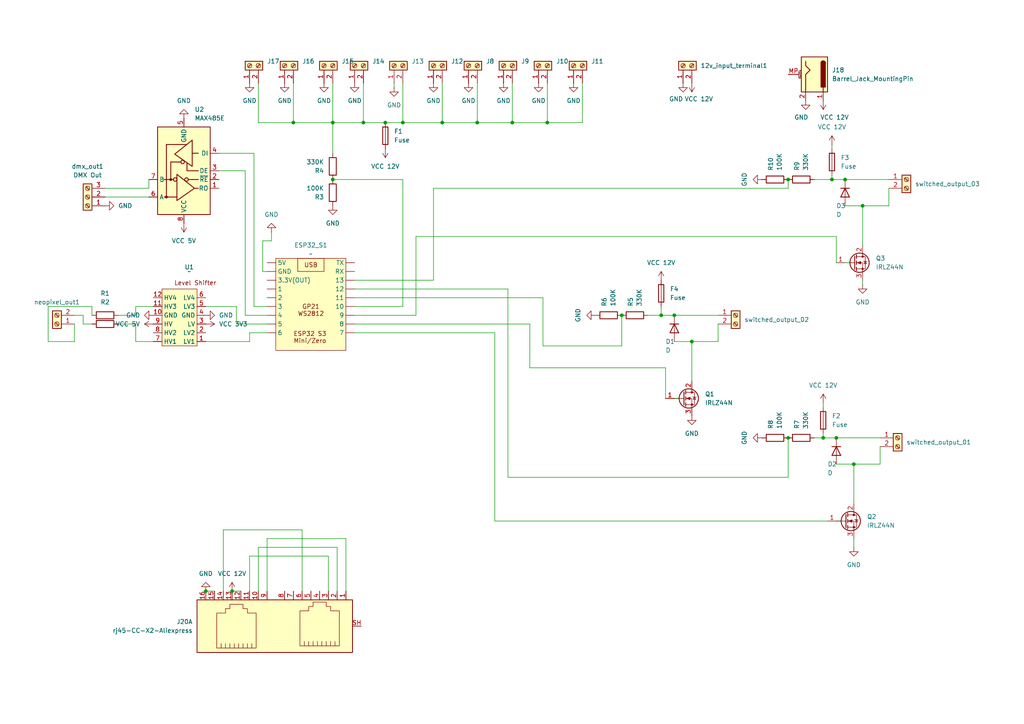
<source format=kicad_sch>
(kicad_sch (version 20250114) (generator "eeschema") (generator_version "9.0")
  (paper "A4")
  (lib_symbols
    (symbol "Connector:Barrel_Jack_MountingPin" (pin_names (hide yes))
      (property "Reference" "J" (at 0 5.334 0))
      (property "Value" "Barrel_Jack_MountingPin" (at 1.27 -6.35 0))
      (symbol "Barrel_Jack_MountingPin_0_1"
        (rectangle (start -5.08 3.81) (end 5.08 -3.81) (stroke (width 0.254)) (fill (type background)))
        (polyline (pts (xy -3.81 -2.54) (xy -2.54 -2.54) (xy -1.27 -1.27) (xy 0 -2.54) (xy 2.54 -2.54) (xy 5.08 -2.54)) (stroke (width 0.254)))
        (arc (start -3.302 1.905) (mid -3.9343 2.54) (end -3.302 3.175) (stroke (width 0.254)))
        (arc (start -3.302 1.905) (mid -3.9343 2.54) (end -3.302 3.175) (stroke (width 0.254)) (fill (type outline)))
        (rectangle (start 3.683 3.175) (end -3.302 1.905) (stroke (width 0.254)) (fill (type outline)))
        (polyline (pts (xy 5.08 2.54) (xy 3.81 2.54)) (stroke (width 0.254)))
      )
      (symbol "Barrel_Jack_MountingPin_1_1"
        (polyline (pts (xy -1.016 -4.572) (xy 1.016 -4.572)) (stroke (width 0.1524)))
        (text "Mounting" (at 0 -4.191 0) (effects (font (size 0.381 0.381))))
        (pin passive line (at 0 -7.62 90) (length 3.048) (name "MountPin") (number "MP"))
        (pin passive line (at 7.62 2.54 180) (length 2.54) (name "~") (number "1"))
        (pin passive line (at 7.62 -2.54 180) (length 2.54) (name "~") (number "2"))
      )
    )
    (symbol "Connector:Screw_Terminal_01x02" (pin_names (offset 1.016) (hide yes))
      (property "Reference" "J" (at 0 2.54 0))
      (property "Value" "Screw_Terminal_01x02" (at 0 -5.08 0))
      (symbol "Screw_Terminal_01x02_1_1"
        (rectangle (start -1.27 1.27) (end 1.27 -3.81) (stroke (width 0.254)) (fill (type background)))
        (polyline (pts (xy -0.5334 0.3302) (xy 0.3302 -0.508)) (stroke (width 0.1524)))
        (polyline (pts (xy -0.5334 -2.2098) (xy 0.3302 -3.048)) (stroke (width 0.1524)))
        (polyline (pts (xy -0.3556 0.508) (xy 0.508 -0.3302)) (stroke (width 0.1524)))
        (polyline (pts (xy -0.3556 -2.032) (xy 0.508 -2.8702)) (stroke (width 0.1524)))
        (circle (center 0 0) (radius 0.635) (stroke (width 0.1524)))
        (circle (center 0 -2.54) (radius 0.635) (stroke (width 0.1524)))
        (pin passive line (at -5.08 0 0) (length 3.81) (name "Pin_1") (number "1"))
        (pin passive line (at -5.08 -2.54 0) (length 3.81) (name "Pin_2") (number "2"))
      )
    )
    (symbol "Connector:Screw_Terminal_01x03" (pin_names (offset 1.016) (hide yes))
      (property "Reference" "J" (at 0 5.08 0))
      (property "Value" "Screw_Terminal_01x03" (at 0 -5.08 0))
      (symbol "Screw_Terminal_01x03_1_1"
        (rectangle (start -1.27 3.81) (end 1.27 -3.81) (stroke (width 0.254)) (fill (type background)))
        (polyline (pts (xy -0.5334 2.8702) (xy 0.3302 2.032)) (stroke (width 0.1524)))
        (polyline (pts (xy -0.5334 0.3302) (xy 0.3302 -0.508)) (stroke (width 0.1524)))
        (polyline (pts (xy -0.5334 -2.2098) (xy 0.3302 -3.048)) (stroke (width 0.1524)))
        (polyline (pts (xy -0.3556 3.048) (xy 0.508 2.2098)) (stroke (width 0.1524)))
        (polyline (pts (xy -0.3556 0.508) (xy 0.508 -0.3302)) (stroke (width 0.1524)))
        (polyline (pts (xy -0.3556 -2.032) (xy 0.508 -2.8702)) (stroke (width 0.1524)))
        (circle (center 0 2.54) (radius 0.635) (stroke (width 0.1524)))
        (circle (center 0 0) (radius 0.635) (stroke (width 0.1524)))
        (circle (center 0 -2.54) (radius 0.635) (stroke (width 0.1524)))
        (pin passive line (at -5.08 2.54 0) (length 3.81) (name "Pin_1") (number "1"))
        (pin passive line (at -5.08 0 0) (length 3.81) (name "Pin_2") (number "2"))
        (pin passive line (at -5.08 -2.54 0) (length 3.81) (name "Pin_3") (number "3"))
      )
    )
    (symbol "Device:D" (pin_numbers (hide yes)) (pin_names (offset 1.016) (hide yes))
      (property "Reference" "D" (at 0 2.54 0))
      (property "Value" "D" (at 0 -2.54 0))
      (symbol "D_0_1"
        (polyline (pts (xy -1.27 1.27) (xy -1.27 -1.27)) (stroke (width 0.254)))
        (polyline (pts (xy 1.27 1.27) (xy 1.27 -1.27) (xy -1.27 0) (xy 1.27 1.27)) (stroke (width 0.254)))
        (polyline (pts (xy 1.27 0) (xy -1.27 0)))
      )
      (symbol "D_1_1"
        (pin passive line (at -3.81 0 0) (length 2.54) (name "K") (number "1"))
        (pin passive line (at 3.81 0 180) (length 2.54) (name "A") (number "2"))
      )
    )
    (symbol "Device:Fuse" (pin_numbers (hide yes)) (pin_names (offset 0))
      (property "Reference" "F" (at 2.032 0 90))
      (property "Value" "Fuse" (at -1.905 0 90))
      (symbol "Fuse_0_1"
        (rectangle (start -0.762 -2.54) (end 0.762 2.54) (stroke (width 0.254)))
        (polyline (pts (xy 0 2.54) (xy 0 -2.54)))
      )
      (symbol "Fuse_1_1"
        (pin passive line (at 0 3.81 270) (length 1.27) (name "~") (number "1"))
        (pin passive line (at 0 -3.81 90) (length 1.27) (name "~") (number "2"))
      )
    )
    (symbol "Device:R" (pin_numbers (hide yes)) (pin_names (offset 0))
      (property "Reference" "R" (at 2.032 0 90))
      (property "Value" "R" (at 0 0 90))
      (symbol "R_0_1"
        (rectangle (start -1.016 -2.54) (end 1.016 2.54) (stroke (width 0.254)))
      )
      (symbol "R_1_1"
        (pin passive line (at 0 3.81 270) (length 1.27) (name "~") (number "1"))
        (pin passive line (at 0 -3.81 90) (length 1.27) (name "~") (number "2"))
      )
    )
    (symbol "Interface_UART:MAX485E"
      (property "Reference" "U" (at -6.985 13.97 0))
      (property "Value" "MAX485E" (at 1.905 13.97 0))
      (symbol "MAX485E_0_1"
        (rectangle (start -7.62 12.7) (end 7.62 -12.7) (stroke (width 0.254)) (fill (type background)))
        (polyline (pts (xy -4.191 2.54) (xy -1.27 2.54)) (stroke (width 0.254)))
        (polyline (pts (xy -4.191 0) (xy -0.889 0) (xy -0.889 -2.286)) (stroke (width 0.254)))
        (polyline (pts (xy -3.175 5.08) (xy -4.191 5.08) (xy -4.064 5.08)) (stroke (width 0.254)))
        (polyline (pts (xy -2.54 -5.08) (xy -4.191 -5.08)) (stroke (width 0.254)))
        (polyline (pts (xy -2.413 -5.08) (xy -2.413 -1.27) (xy 2.667 -4.826) (xy -2.413 -8.89) (xy -2.413 -5.08)) (stroke (width 0.254)))
        (polyline (pts (xy -0.635 -7.62) (xy 5.08 -7.62)) (stroke (width 0.254)))
        (circle (center 0.381 -2.54) (radius 0.508) (stroke (width 0.254)))
        (polyline (pts (xy 0.889 -2.54) (xy 3.81 -2.54)) (stroke (width 0.254)))
        (polyline (pts (xy 2.032 7.62) (xy 5.715 7.62)) (stroke (width 0.254)))
        (polyline (pts (xy 3.048 2.54) (xy 5.715 2.54)) (stroke (width 0.254)))
        (circle (center 3.81 2.54) (radius 0.2794) (stroke (width 0.254)) (fill (type outline)))
        (polyline (pts (xy 3.81 -2.54) (xy 3.81 2.54)) (stroke (width 0.254)))
        (polyline (pts (xy 5.08 -7.62) (xy 5.08 7.62)) (stroke (width 0.254)))
      )
      (symbol "MAX485E_1_1"
        (circle (center -0.762 2.54) (radius 0.508) (stroke (width 0.254)))
        (polyline (pts (xy 2.032 4.826) (xy 2.032 8.636) (xy -3.048 5.08) (xy 2.032 1.016) (xy 2.032 4.826)) (stroke (width 0.254)))
        (circle (center 2.54 2.54) (radius 0.508) (stroke (width 0.254)))
        (circle (center 5.08 7.62) (radius 0.2794) (stroke (width 0.254)) (fill (type outline)))
        (pin output line (at -10.16 5.08 0) (length 2.54) (name "RO") (number "1"))
        (pin input line (at -10.16 2.54 0) (length 2.54) (name "~{RE}") (number "2"))
        (pin input line (at -10.16 0 0) (length 2.54) (name "DE") (number "3"))
        (pin input line (at -10.16 -5.08 0) (length 2.54) (name "DI") (number "4"))
        (pin power_in line (at 0 15.24 270) (length 2.54) (name "VCC") (number "8"))
        (pin power_in line (at 0 -15.24 90) (length 2.54) (name "GND") (number "5"))
        (pin bidirectional line (at 10.16 7.62 180) (length 2.54) (name "A") (number "6"))
        (pin bidirectional line (at 10.16 2.54 180) (length 2.54) (name "B") (number "7"))
      )
    )
    (symbol "Transistor_FET:IRLZ44N" (pin_names (hide yes))
      (property "Reference" "Q" (at 5.08 1.905 0))
      (property "Value" "IRLZ44N" (at 5.08 0 0))
      (symbol "IRLZ44N_0_1"
        (polyline (pts (xy 0.254 1.905) (xy 0.254 -1.905)) (stroke (width 0.254)))
        (polyline (pts (xy 0.254 0) (xy -2.54 0)))
        (polyline (pts (xy 0.762 2.286) (xy 0.762 1.27)) (stroke (width 0.254)))
        (polyline (pts (xy 0.762 0.508) (xy 0.762 -0.508)) (stroke (width 0.254)))
        (polyline (pts (xy 0.762 -1.27) (xy 0.762 -2.286)) (stroke (width 0.254)))
        (polyline (pts (xy 0.762 -1.778) (xy 3.302 -1.778) (xy 3.302 1.778) (xy 0.762 1.778)))
        (polyline (pts (xy 1.016 0) (xy 2.032 0.381) (xy 2.032 -0.381) (xy 1.016 0)) (fill (type outline)))
        (circle (center 1.651 0) (radius 2.794) (stroke (width 0.254)))
        (polyline (pts (xy 2.54 2.54) (xy 2.54 1.778)))
        (circle (center 2.54 1.778) (radius 0.254) (fill (type outline)))
        (circle (center 2.54 -1.778) (radius 0.254) (fill (type outline)))
        (polyline (pts (xy 2.54 -2.54) (xy 2.54 0) (xy 0.762 0)))
        (polyline (pts (xy 2.794 0.508) (xy 2.921 0.381) (xy 3.683 0.381) (xy 3.81 0.254)))
        (polyline (pts (xy 3.302 0.381) (xy 2.921 -0.254) (xy 3.683 -0.254) (xy 3.302 0.381)))
      )
      (symbol "IRLZ44N_1_1"
        (pin input line (at -5.08 0 0) (length 2.54) (name "G") (number "1"))
        (pin passive line (at 2.54 5.08 270) (length 2.54) (name "D") (number "2"))
        (pin passive line (at 2.54 -5.08 90) (length 2.54) (name "S") (number "3"))
      )
    )
    (symbol "eigene:Waveshare_ESP32_S3_Mini_Zero"
      (property "Reference" "ESP32_S3" (at 0 24.13 0))
      (symbol "Waveshare_ESP32_S3_Mini_Zero_1_1"
        (rectangle (start -10.16 22.86) (end 10.16 -3.81) (fill (type background)))
        (text "ESP32 S3\nMini/Zero" (at -0.254 0 0) (effects (font (size 1.27 1.27))))
        (text "GP21\nWS2812" (at 0 7.874 0) (effects (font (size 1.27 1.27))))
        (text_box "USB" (at -3.81 22.86 0) (size 7.62 -3.81) (margins 1.016 1.016 1.016 1.016) (effects (font (size 1.27 1.27))))
        (pin power_in line (at -12.7 21.59 0) (length 2.54) (name "5V") (number ""))
        (pin power_in line (at -12.7 19.05 0) (length 2.54) (name "GND") (number ""))
        (pin power_out line (at -12.7 16.51 0) (length 2.54) (name "3.3V(OUT)") (number ""))
        (pin bidirectional line (at -12.7 13.97 0) (length 2.54) (name "1") (number ""))
        (pin bidirectional line (at -12.7 11.43 0) (length 2.54) (name "2") (number ""))
        (pin bidirectional line (at -12.7 8.89 0) (length 2.54) (name "3") (number ""))
        (pin bidirectional line (at -12.7 6.35 0) (length 2.54) (name "4") (number ""))
        (pin bidirectional line (at -12.7 3.81 0) (length 2.54) (name "5") (number ""))
        (pin bidirectional line (at -12.7 1.27 0) (length 2.54) (name "6") (number ""))
        (pin output line (at 12.7 21.59 180) (length 2.54) (name "TX") (number ""))
        (pin input line (at 12.7 19.05 180) (length 2.54) (name "RX") (number ""))
        (pin bidirectional line (at 12.7 16.51 180) (length 2.54) (name "13") (number ""))
        (pin bidirectional line (at 12.7 13.97 180) (length 2.54) (name "12") (number ""))
        (pin bidirectional line (at 12.7 11.43 180) (length 2.54) (name "11") (number ""))
        (pin bidirectional line (at 12.7 8.89 180) (length 2.54) (name "10") (number ""))
        (pin bidirectional line (at 12.7 6.35 180) (length 2.54) (name "9") (number ""))
        (pin bidirectional line (at 12.7 3.81 180) (length 2.54) (name "8") (number ""))
        (pin bidirectional line (at 12.7 1.27 180) (length 2.54) (name "7") (number ""))
      )
    )
    (symbol "eigene:levelshifter_2channel"
      (property "Reference" "U" (at 0 0 0))
      (symbol "levelshifter_2channel_1_1"
        (rectangle (start -6.35 6.35) (end 3.81 -10.16) (fill (type background)))
        (text "Level Shifter" (at 3.302 8.128 0) (effects (font (size 1.27 1.27))))
        (pin bidirectional line (at -8.89 3.81 0) (length 2.54) (name "HV4") (number "12"))
        (pin bidirectional line (at -8.89 1.27 0) (length 2.54) (name "HV3") (number "11"))
        (pin power_in line (at -8.89 -1.27 0) (length 2.54) (name "GND") (number "10"))
        (pin power_in line (at -8.89 -3.81 0) (length 2.54) (name "HV") (number "9"))
        (pin bidirectional line (at -8.89 -6.35 0) (length 2.54) (name "HV2") (number "8"))
        (pin bidirectional line (at -8.89 -8.89 0) (length 2.54) (name "HV1") (number "7"))
        (pin bidirectional line (at 6.35 3.81 180) (length 2.54) (name "LV4") (number "6"))
        (pin bidirectional line (at 6.35 1.27 180) (length 2.54) (name "LV3") (number "5"))
        (pin power_in line (at 6.35 -1.27 180) (length 2.54) (name "GND") (number "4"))
        (pin power_in line (at 6.35 -3.81 180) (length 2.54) (name "LV") (number "3"))
        (pin bidirectional line (at 6.35 -6.35 180) (length 2.54) (name "LV2") (number "2"))
        (pin bidirectional line (at 6.35 -8.89 180) (length 2.54) (name "LV1") (number "1"))
      )
    )
    (symbol "eigene:rj45-CC-X2-Aliexpress"
      (property "Reference" "J" (at -5.08 13.97 0))
      (property "Value" "rj45-CC-X2-Aliexpress" (at 1.27 13.97 0))
      (symbol "rj45-CC-X2-Aliexpress_0_1"
        (rectangle (start -7.62 12.7) (end 7.62 -32.385) (stroke (width 0.254)) (fill (type background)))
        (polyline (pts (xy -6.35 1.905) (xy -5.08 1.905) (xy -5.08 1.905)))
        (polyline (pts (xy -6.35 0.635) (xy -5.08 0.635) (xy -5.08 0.635)))
        (polyline (pts (xy -6.35 -0.635) (xy -5.08 -0.635) (xy -5.08 -0.635)))
        (polyline (pts (xy -6.35 -1.905) (xy -5.08 -1.905) (xy -5.08 -1.905)))
        (polyline (pts (xy -6.35 -3.175) (xy -5.08 -3.175) (xy -5.08 -3.175)))
        (polyline (pts (xy -6.35 -4.445) (xy -6.35 6.985) (xy 3.81 6.985) (xy 3.81 4.445) (xy 5.08 4.445) (xy 5.08 3.175) (xy 6.35 3.175) (xy 6.35 -0.635) (xy 5.08 -0.635) (xy 5.08 -1.905) (xy 3.81 -1.905) (xy 3.81 -4.445) (xy -6.35 -4.445) (xy -6.35 -4.445)))
        (polyline (pts (xy -5.715 -22.225) (xy -4.445 -22.225) (xy -4.445 -22.225)))
        (polyline (pts (xy -5.715 -23.495) (xy -4.445 -23.495) (xy -4.445 -23.495)))
        (polyline (pts (xy -5.715 -24.765) (xy -4.445 -24.765) (xy -4.445 -24.765)))
        (polyline (pts (xy -5.715 -26.035) (xy -4.445 -26.035) (xy -4.445 -26.035)))
        (polyline (pts (xy -5.715 -27.305) (xy -4.445 -27.305) (xy -4.445 -27.305)))
        (polyline (pts (xy -5.715 -28.575) (xy -5.715 -17.145) (xy 4.445 -17.145) (xy 4.445 -19.685) (xy 5.715 -19.685) (xy 5.715 -20.955) (xy 6.985 -20.955) (xy 6.985 -24.765) (xy 5.715 -24.765) (xy 5.715 -26.035) (xy 4.445 -26.035) (xy 4.445 -28.575) (xy -5.715 -28.575) (xy -5.715 -28.575)))
        (polyline (pts (xy -5.08 5.715) (xy -6.35 5.715)))
        (polyline (pts (xy -5.08 4.445) (xy -6.35 4.445)))
        (polyline (pts (xy -5.08 3.175) (xy -6.35 3.175) (xy -6.35 3.175)))
        (polyline (pts (xy -4.445 -18.415) (xy -5.715 -18.415)))
        (polyline (pts (xy -4.445 -19.685) (xy -5.715 -19.685)))
        (polyline (pts (xy -4.445 -20.955) (xy -5.715 -20.955) (xy -5.715 -20.955)))
      )
      (symbol "rj45-CC-X2-Aliexpress_1_1"
        (pin passive line (at 0 -34.925 90) (length 2.54) (name "~") (number "SH"))
        (pin passive line (at 10.16 10.16 180) (length 2.54) (name "~") (number "16"))
        (pin passive line (at 10.16 7.62 180) (length 2.54) (name "~") (number "15"))
        (pin passive line (at 10.16 5.08 180) (length 2.54) (name "~") (number "14"))
        (pin passive line (at 10.16 2.54 180) (length 2.54) (name "~") (number "13"))
        (pin passive line (at 10.16 0 180) (length 2.54) (name "~") (number "12"))
        (pin passive line (at 10.16 -2.54 180) (length 2.54) (name "~") (number "11"))
        (pin passive line (at 10.16 -5.08 180) (length 2.54) (name "~") (number "10"))
        (pin passive line (at 10.16 -7.62 180) (length 2.54) (name "~") (number "9"))
        (pin passive line (at 10.16 -12.7 180) (length 2.54) (name "~") (number "8"))
        (pin passive line (at 10.16 -15.24 180) (length 2.54) (name "~") (number "7"))
        (pin passive line (at 10.16 -17.78 180) (length 2.54) (name "~") (number "6"))
        (pin passive line (at 10.16 -20.32 180) (length 2.54) (name "~") (number "5"))
        (pin passive line (at 10.16 -22.86 180) (length 2.54) (name "~") (number "4"))
        (pin passive line (at 10.16 -25.4 180) (length 2.54) (name "~") (number "3"))
        (pin passive line (at 10.16 -27.94 180) (length 2.54) (name "~") (number "2"))
        (pin passive line (at 10.16 -30.48 180) (length 2.54) (name "~") (number "1"))
      )
      (symbol "rj45-CC-X2-Aliexpress_2_1"
        (pin passive line (at 0 -34.925 90) (length 2.54) (name "~") (number "SH"))
        (pin passive line (at 10.16 10.16 180) (length 2.54) (name "~") (number "20"))
        (pin passive line (at 10.16 7.62 180) (length 2.54) (name "~") (number "19"))
        (pin passive line (at 10.16 5.08 180) (length 2.54) (name "~") (number "18"))
        (pin passive line (at 10.16 2.54 180) (length 2.54) (name "~") (number "17"))
        (pin passive line (at 10.16 0 180) (length 2.54) (name "~") (number "16"))
        (pin passive line (at 10.16 -2.54 180) (length 2.54) (name "~") (number "15"))
        (pin passive line (at 10.16 -5.08 180) (length 2.54) (name "~") (number "14"))
        (pin passive line (at 10.16 -7.62 180) (length 2.54) (name "~") (number "13"))
      )
    )
    (symbol "power:GND" (power) (pin_numbers (hide yes)) (pin_names (offset 0) (hide yes))
      (property "Value" "GND" (at 0 -3.81 0))
      (symbol "GND_0_1"
        (polyline (pts (xy 0 0) (xy 0 -1.27) (xy 1.27 -1.27) (xy 0 -2.54) (xy -1.27 -1.27) (xy 0 -1.27)))
      )
      (symbol "GND_1_1"
        (pin power_in line (at 0 0 270) (length 0) (name "~") (number "1"))
      )
    )
    (symbol "power:VCC" (power) (pin_numbers (hide yes)) (pin_names (offset 0) (hide yes))
      (property "Value" "VCC" (at 0 3.556 0))
      (symbol "VCC_0_1"
        (polyline (pts (xy -0.762 1.27) (xy 0 2.54)))
        (polyline (pts (xy 0 2.54) (xy 0.762 1.27)))
        (polyline (pts (xy 0 0) (xy 0 2.54)))
      )
      (symbol "VCC_1_1"
        (pin power_in line (at 0 0 90) (length 0) (name "~") (number "1"))
      )
    )
  )
  (junction (at 96.52 35.56))
  (junction (at 59.69 171.45))
  (junction (at 250.19 59.69))
  (junction (at 67.31 171.45))
  (junction (at 138.43 35.56))
  (junction (at 116.84 35.56))
  (junction (at 85.09 35.56))
  (junction (at 241.3 52.07))
  (junction (at 195.58 91.44))
  (junction (at 238.76 127))
  (junction (at 148.59 35.56))
  (junction (at 128.27 35.56))
  (junction (at 245.11 52.07))
  (junction (at 105.41 35.56))
  (junction (at 247.65 134.62))
  (junction (at 111.76 35.56))
  (junction (at 228.6 52.07))
  (junction (at 158.75 35.56))
  (junction (at 200.66 99.06))
  (junction (at 228.6 127))
  (junction (at 96.52 52.07))
  (junction (at 242.57 127))
  (junction (at 191.77 91.44))
  (junction (at 180.34 91.44))
  (wire (pts (xy 85.09 24.13) (xy 85.09 35.56)))
  (wire (pts (xy 24.13 93.98) (xy 26.67 93.98)))
  (wire (pts (xy 116.84 52.07) (xy 96.52 52.07)))
  (wire (pts (xy 245.11 52.07) (xy 257.81 52.07)))
  (wire (pts (xy 102.87 88.9) (xy 116.84 88.9)))
  (wire (pts (xy 100.33 156.21) (xy 77.47 156.21)))
  (wire (pts (xy 120.65 68.58) (xy 120.65 91.44)))
  (wire (pts (xy 147.32 83.82) (xy 147.32 138.43)))
  (wire (pts (xy 191.77 91.44) (xy 195.58 91.44)))
  (wire (pts (xy 64.77 153.67) (xy 64.77 171.45)))
  (wire (pts (xy 128.27 35.56) (xy 116.84 35.56)))
  (wire (pts (xy 59.69 99.06) (xy 72.39 99.06)))
  (wire (pts (xy 26.67 88.9) (xy 26.67 91.44)))
  (wire (pts (xy 72.39 161.29) (xy 72.39 171.45)))
  (wire (pts (xy 67.31 171.45) (xy 69.85 171.45)))
  (wire (pts (xy 97.79 158.75) (xy 74.93 158.75)))
  (wire (pts (xy 77.47 88.9) (xy 73.66 88.9)))
  (wire (pts (xy 96.52 35.56) (xy 105.41 35.56)))
  (wire (pts (xy 191.77 88.9) (xy 191.77 91.44)))
  (wire (pts (xy 148.59 35.56) (xy 138.43 35.56)))
  (wire (pts (xy 87.63 153.67) (xy 64.77 153.67)))
  (wire (pts (xy 21.59 91.44) (xy 24.13 91.44)))
  (wire (pts (xy 74.93 158.75) (xy 74.93 171.45)))
  (wire (pts (xy 242.57 127) (xy 255.27 127)))
  (wire (pts (xy 157.48 100.33) (xy 157.48 86.36)))
  (wire (pts (xy 105.41 35.56) (xy 111.76 35.56)))
  (wire (pts (xy 43.18 54.61) (xy 43.18 52.07)))
  (wire (pts (xy 30.48 57.15) (xy 43.18 57.15)))
  (wire (pts (xy 116.84 88.9) (xy 116.84 52.07)))
  (wire (pts (xy 85.09 35.56) (xy 96.52 35.56)))
  (wire (pts (xy 71.12 91.44) (xy 71.12 49.53)))
  (wire (pts (xy 95.25 171.45) (xy 95.25 161.29)))
  (wire (pts (xy 138.43 24.13) (xy 138.43 35.56)))
  (wire (pts (xy 208.28 93.98) (xy 208.28 99.06)))
  (wire (pts (xy 241.3 52.07) (xy 245.11 52.07)))
  (wire (pts (xy 236.22 127) (xy 238.76 127)))
  (wire (pts (xy 13.97 99.06) (xy 13.97 88.9)))
  (wire (pts (xy 74.93 24.13) (xy 74.93 35.56)))
  (wire (pts (xy 68.58 93.98) (xy 68.58 88.9)))
  (wire (pts (xy 168.91 35.56) (xy 158.75 35.56)))
  (wire (pts (xy 157.48 86.36) (xy 102.87 86.36)))
  (wire (pts (xy 236.22 52.07) (xy 241.3 52.07)))
  (wire (pts (xy 97.79 171.45) (xy 97.79 158.75)))
  (wire (pts (xy 102.87 81.28) (xy 125.73 81.28)))
  (wire (pts (xy 73.66 88.9) (xy 73.66 44.45)))
  (wire (pts (xy 195.58 91.44) (xy 208.28 91.44)))
  (wire (pts (xy 242.57 68.58) (xy 242.57 76.2)))
  (wire (pts (xy 68.58 88.9) (xy 59.69 88.9)))
  (wire (pts (xy 116.84 35.56) (xy 111.76 35.56)))
  (wire (pts (xy 21.59 99.06) (xy 13.97 99.06)))
  (wire (pts (xy 44.45 99.06) (xy 39.37 99.06)))
  (wire (pts (xy 247.65 134.62) (xy 242.57 134.62)))
  (wire (pts (xy 77.47 91.44) (xy 71.12 91.44)))
  (wire (pts (xy 158.75 35.56) (xy 148.59 35.56)))
  (wire (pts (xy 158.75 24.13) (xy 158.75 35.56)))
  (wire (pts (xy 250.19 59.69) (xy 245.11 59.69)))
  (wire (pts (xy 147.32 83.82) (xy 102.87 83.82)))
  (wire (pts (xy 247.65 134.62) (xy 247.65 146.05)))
  (wire (pts (xy 143.51 151.13) (xy 143.51 96.52)))
  (wire (pts (xy 39.37 88.9) (xy 39.37 91.44)))
  (wire (pts (xy 138.43 35.56) (xy 128.27 35.56)))
  (wire (pts (xy 39.37 93.98) (xy 34.29 93.98)))
  (wire (pts (xy 200.66 99.06) (xy 200.66 110.49)))
  (wire (pts (xy 116.84 24.13) (xy 116.84 35.56)))
  (wire (pts (xy 250.19 59.69) (xy 250.19 71.12)))
  (wire (pts (xy 102.87 93.98) (xy 153.67 93.98)))
  (wire (pts (xy 76.2 69.85) (xy 78.74 69.85)))
  (wire (pts (xy 59.69 171.45) (xy 62.23 171.45)))
  (wire (pts (xy 241.3 41.91) (xy 241.3 43.18)))
  (wire (pts (xy 243.84 151.13) (xy 242.57 151.13)))
  (wire (pts (xy 114.3 24.13) (xy 114.3 25.4)))
  (wire (pts (xy 180.34 100.33) (xy 180.34 91.44)))
  (wire (pts (xy 168.91 24.13) (xy 168.91 35.56)))
  (wire (pts (xy 13.97 88.9) (xy 26.67 88.9)))
  (wire (pts (xy 196.85 115.57) (xy 195.58 115.57)))
  (wire (pts (xy 257.81 54.61) (xy 257.81 59.69)))
  (wire (pts (xy 147.32 138.43) (xy 228.6 138.43)))
  (wire (pts (xy 193.04 106.68) (xy 193.04 115.57)))
  (wire (pts (xy 21.59 93.98) (xy 21.59 99.06)))
  (wire (pts (xy 250.19 81.28) (xy 250.19 82.55)))
  (wire (pts (xy 187.96 91.44) (xy 191.77 91.44)))
  (wire (pts (xy 120.65 91.44) (xy 102.87 91.44)))
  (wire (pts (xy 105.41 24.13) (xy 105.41 35.56)))
  (wire (pts (xy 143.51 151.13) (xy 240.03 151.13)))
  (wire (pts (xy 238.76 127) (xy 242.57 127)))
  (wire (pts (xy 96.52 24.13) (xy 96.52 35.56)))
  (wire (pts (xy 148.59 24.13) (xy 148.59 35.56)))
  (wire (pts (xy 255.27 129.54) (xy 255.27 134.62)))
  (wire (pts (xy 238.76 116.84) (xy 238.76 118.11)))
  (wire (pts (xy 95.25 161.29) (xy 72.39 161.29)))
  (wire (pts (xy 24.13 91.44) (xy 24.13 93.98)))
  (wire (pts (xy 125.73 54.61) (xy 228.6 54.61)))
  (wire (pts (xy 257.81 59.69) (xy 250.19 59.69)))
  (wire (pts (xy 63.5 49.53) (xy 71.12 49.53)))
  (wire (pts (xy 72.39 99.06) (xy 72.39 96.52)))
  (wire (pts (xy 73.66 44.45) (xy 63.5 44.45)))
  (wire (pts (xy 77.47 156.21) (xy 77.47 171.45)))
  (wire (pts (xy 241.3 50.8) (xy 241.3 52.07)))
  (wire (pts (xy 72.39 96.52) (xy 77.47 96.52)))
  (wire (pts (xy 39.37 91.44) (xy 34.29 91.44)))
  (wire (pts (xy 247.65 158.75) (xy 247.65 156.21)))
  (wire (pts (xy 128.27 24.13) (xy 128.27 35.56)))
  (wire (pts (xy 153.67 106.68) (xy 193.04 106.68)))
  (wire (pts (xy 228.6 138.43) (xy 228.6 127)))
  (wire (pts (xy 246.38 76.2) (xy 245.11 76.2)))
  (wire (pts (xy 76.2 78.74) (xy 76.2 69.85)))
  (wire (pts (xy 44.45 88.9) (xy 39.37 88.9)))
  (wire (pts (xy 153.67 106.68) (xy 153.67 93.98)))
  (wire (pts (xy 30.48 54.61) (xy 43.18 54.61)))
  (wire (pts (xy 100.33 171.45) (xy 100.33 156.21)))
  (wire (pts (xy 255.27 134.62) (xy 247.65 134.62)))
  (wire (pts (xy 87.63 171.45) (xy 87.63 153.67)))
  (wire (pts (xy 77.47 78.74) (xy 76.2 78.74)))
  (wire (pts (xy 78.74 67.31) (xy 78.74 69.85)))
  (wire (pts (xy 228.6 54.61) (xy 228.6 52.07)))
  (wire (pts (xy 68.58 93.98) (xy 77.47 93.98)))
  (wire (pts (xy 39.37 99.06) (xy 39.37 93.98)))
  (wire (pts (xy 157.48 100.33) (xy 180.34 100.33)))
  (wire (pts (xy 102.87 96.52) (xy 143.51 96.52)))
  (wire (pts (xy 96.52 35.56) (xy 96.52 44.45)))
  (wire (pts (xy 208.28 99.06) (xy 200.66 99.06)))
  (wire (pts (xy 125.73 81.28) (xy 125.73 54.61)))
  (wire (pts (xy 74.93 35.56) (xy 85.09 35.56)))
  (wire (pts (xy 238.76 125.73) (xy 238.76 127)))
  (wire (pts (xy 200.66 99.06) (xy 195.58 99.06)))
  (wire (pts (xy 120.65 68.58) (xy 242.57 68.58)))
  (symbol (lib_id "Device:R") (at 232.41 127 90) (unit 1)
    (property "Reference" "R7" (at 231.1399 124.46 0) (effects (justify left)))
    (property "Value" "330K" (at 233.6799 124.46 0) (effects (justify left)))
    (property "Footprint" "Resistor_THT:R_Axial_DIN0207_L6.3mm_D2.5mm_P10.16mm_Horizontal" (effects (hide yes)))
    (property "Description" "Resistor" (effects (hide yes)))
  )
  (symbol (lib_id "power:GND") (at 146.05 24.13 0) (unit 1)
    (property "Reference" "#PWR016" (effects (hide yes)))
    (property "Value" "GND" (at 146.05 29.21 0))
    (property "Description" "Power symbol creates a global label with name \"GND\" , ground" (effects (hide yes)))
  )
  (symbol (lib_id "eigene:rj45-CC-X2-Aliexpress") (at 69.85 181.61 90) (unit 1)
    (property "Reference" "J20" (at 55.88 180.3399 90) (effects (justify left)))
    (property "Value" "rj45-CC-X2-Aliexpress" (at 55.88 182.8799 90) (effects (justify left)))
    (property "Footprint" "eigene_footprints:RJ45_X2_CC_Aliexpress" (effects (hide yes)))
    (property "Description" "RJ connector, 8P8C (8 positions 8 connected), two LEDs, RJ45, Shielded, two ports" (effects (hide yes)))
  )
  (symbol (lib_id "Device:R") (at 30.48 93.98 90) (unit 1)
    (property "Reference" "R2" (at 30.48 87.63 90))
    (property "Value" "R" (effects (hide yes)))
    (property "Footprint" "Resistor_THT:R_Axial_DIN0207_L6.3mm_D2.5mm_P10.16mm_Horizontal" (effects (hide yes)))
    (property "Description" "Resistor" (effects (hide yes)))
  )
  (symbol (lib_id "power:GND") (at 166.37 24.13 0) (unit 1)
    (property "Reference" "#PWR020" (effects (hide yes)))
    (property "Value" "GND" (at 166.37 29.21 0))
    (property "Description" "Power symbol creates a global label with name \"GND\" , ground" (effects (hide yes)))
  )
  (symbol (lib_id "Connector:Barrel_Jack_MountingPin") (at 236.22 21.59 270) (unit 1)
    (property "Reference" "J18" (at 241.3 20.3199 90) (effects (justify left)))
    (property "Value" "Barrel_Jack_MountingPin" (at 241.3 22.8599 90) (effects (justify left)))
    (property "Footprint" "eigene_footprints:CUI_PJ-050BH" (effects (hide yes)))
    (property "Description" "DC Barrel Jack with a mounting pin" (effects (hide yes)))
  )
  (symbol (lib_id "power:GND") (at 233.68 29.21 0) (unit 1)
    (property "Reference" "#PWR010" (effects (hide yes)))
    (property "Value" "GND" (at 232.41 34.036 0))
    (property "Description" "Power symbol creates a global label with name \"GND\" , ground" (effects (hide yes)))
  )
  (symbol (lib_id "power:GND") (at 156.21 24.13 0) (unit 1)
    (property "Reference" "#PWR018" (effects (hide yes)))
    (property "Value" "GND" (at 156.21 29.21 0))
    (property "Description" "Power symbol creates a global label with name \"GND\" , ground" (effects (hide yes)))
  )
  (symbol (lib_id "power:GND") (at 44.45 91.44 270) (unit 1)
    (property "Reference" "#PWR034" (effects (hide yes)))
    (property "Value" "GND" (at 40.64 91.4399 90) (effects (justify right)))
    (property "Description" "Power symbol creates a global label with name \"GND\" , ground" (effects (hide yes)))
  )
  (symbol (lib_id "power:GND") (at 78.74 67.31 180) (unit 1)
    (property "Reference" "#PWR07" (effects (hide yes)))
    (property "Value" "GND" (at 78.74 62.23 0))
    (property "Description" "Power symbol creates a global label with name \"GND\" , ground" (effects (hide yes)))
  )
  (symbol (lib_id "power:GND") (at 72.39 24.13 0) (unit 1)
    (property "Reference" "#PWR032" (effects (hide yes)))
    (property "Value" "GND" (at 72.39 29.21 0))
    (property "Description" "Power symbol creates a global label with name \"GND\" , ground" (effects (hide yes)))
  )
  (symbol (lib_id "Device:R") (at 224.79 52.07 90) (unit 1)
    (property "Reference" "R10" (at 223.5199 49.53 0) (effects (justify left)))
    (property "Value" "100K" (at 226.0599 49.53 0) (effects (justify left)))
    (property "Footprint" "Resistor_THT:R_Axial_DIN0207_L6.3mm_D2.5mm_P10.16mm_Horizontal" (effects (hide yes)))
    (property "Description" "Resistor" (effects (hide yes)))
  )
  (symbol (lib_id "power:VCC") (at 53.34 64.77 180) (unit 1)
    (property "Reference" "#PWR031" (effects (hide yes)))
    (property "Value" "VCC 5V" (at 53.34 69.85 0))
    (property "Description" "Power symbol creates a global label with name \"VCC\"" (effects (hide yes)))
  )
  (symbol (lib_id "eigene:Waveshare_ESP32_S3_Mini_Zero") (at 90.17 97.79 0) (unit 1)
    (property "Reference" "ESP32_S1" (at 90.17 71.12 0))
    (property "Value" "~" (at 90.17 73.66 0))
    (property "Footprint" "eigene_footprints:ESP32-S3-Zero" (effects (hide yes)))
  )
  (symbol (lib_id "Connector:Screw_Terminal_01x02") (at 156.21 19.05 90) (unit 1)
    (property "Reference" "J10" (at 161.29 17.7799 90) (effects (justify right)))
    (property "Value" "Screw_Terminal_01x02" (effects (hide yes)))
    (property "Footprint" "TerminalBlock:TerminalBlock_MaiXu_MX126-5.0-02P_1x02_P5.00mm" (effects (hide yes)))
    (property "Description" "Generic screw terminal, single row, 01x02, script generated (kicad-library-utils/schlib/autogen/connector/)" (effects (hide yes)))
  )
  (symbol (lib_id "power:GND") (at 220.98 52.07 270) (unit 1)
    (property "Reference" "#PWR023" (effects (hide yes)))
    (property "Value" "GND" (at 215.9 52.07 0))
    (property "Description" "Power symbol creates a global label with name \"GND\" , ground" (effects (hide yes)))
  )
  (symbol (lib_id "Connector:Screw_Terminal_01x02") (at 16.51 93.98 180) (unit 1)
    (property "Reference" "neopixel_out1" (at 16.51 87.63 0))
    (property "Value" "Screw_Terminal_01x02" (effects (hide yes)))
    (property "Footprint" "TerminalBlock:TerminalBlock_MaiXu_MX126-5.0-02P_1x02_P5.00mm" (effects (hide yes)))
    (property "Description" "Generic screw terminal, single row, 01x02, script generated (kicad-library-utils/schlib/autogen/connector/)" (effects (hide yes)))
  )
  (symbol (lib_id "Connector:Screw_Terminal_01x02") (at 72.39 19.05 90) (unit 1)
    (property "Reference" "J17" (at 77.47 17.7799 90) (effects (justify right)))
    (property "Value" "Screw_Terminal_01x02" (effects (hide yes)))
    (property "Footprint" "TerminalBlock:TerminalBlock_MaiXu_MX126-5.0-02P_1x02_P5.00mm" (effects (hide yes)))
    (property "Description" "Generic screw terminal, single row, 01x02, script generated (kicad-library-utils/schlib/autogen/connector/)" (effects (hide yes)))
  )
  (symbol (lib_id "Connector:Screw_Terminal_01x02") (at 198.12 19.05 90) (unit 1)
    (property "Reference" "12v_input_terminal1" (at 203.2 19.0499 90) (effects (justify right)))
    (property "Value" "Screw_Terminal_01x02" (effects (hide yes)))
    (property "Footprint" "TerminalBlock:TerminalBlock_MaiXu_MX126-5.0-02P_1x02_P5.00mm" (effects (hide yes)))
    (property "Description" "Generic screw terminal, single row, 01x02, script generated (kicad-library-utils/schlib/autogen/connector/)" (effects (hide yes)))
  )
  (symbol (lib_id "power:VCC") (at 238.76 116.84 0) (unit 1)
    (property "Reference" "#PWR03" (effects (hide yes)))
    (property "Value" "VCC 12V" (at 238.76 111.76 0))
    (property "Description" "Power symbol creates a global label with name \"VCC\"" (effects (hide yes)))
  )
  (symbol (lib_id "power:GND") (at 135.89 24.13 0) (unit 1)
    (property "Reference" "#PWR015" (effects (hide yes)))
    (property "Value" "GND" (at 135.89 29.21 0))
    (property "Description" "Power symbol creates a global label with name \"GND\" , ground" (effects (hide yes)))
  )
  (symbol (lib_id "Connector:Screw_Terminal_01x02") (at 125.73 19.05 90) (unit 1)
    (property "Reference" "J12" (at 130.81 17.7799 90) (effects (justify right)))
    (property "Value" "Screw_Terminal_01x02" (effects (hide yes)))
    (property "Footprint" "TerminalBlock:TerminalBlock_MaiXu_MX126-5.0-02P_1x02_P5.00mm" (effects (hide yes)))
    (property "Description" "Generic screw terminal, single row, 01x02, script generated (kicad-library-utils/schlib/autogen/connector/)" (effects (hide yes)))
  )
  (symbol (lib_id "Device:Fuse") (at 191.77 85.09 0) (unit 1)
    (property "Reference" "F4" (at 194.31 83.8199 0) (effects (justify left)))
    (property "Value" "Fuse" (at 194.31 86.3599 0) (effects (justify left)))
    (property "Footprint" "eigene_footprints:FUSE SPACIGER SPACER" (effects (hide yes)))
    (property "Description" "Fuse" (effects (hide yes)))
  )
  (symbol (lib_id "Connector:Screw_Terminal_01x02") (at 102.87 19.05 90) (unit 1)
    (property "Reference" "J14" (at 107.95 17.7799 90) (effects (justify right)))
    (property "Value" "Screw_Terminal_01x02" (effects (hide yes)))
    (property "Footprint" "TerminalBlock:TerminalBlock_MaiXu_MX126-5.0-02P_1x02_P5.00mm" (effects (hide yes)))
    (property "Description" "Generic screw terminal, single row, 01x02, script generated (kicad-library-utils/schlib/autogen/connector/)" (effects (hide yes)))
  )
  (symbol (lib_id "Device:R") (at 30.48 91.44 90) (unit 1)
    (property "Reference" "R1" (at 30.48 85.09 90))
    (property "Value" "R" (effects (hide yes)))
    (property "Footprint" "Resistor_THT:R_Axial_DIN0207_L6.3mm_D2.5mm_P10.16mm_Horizontal" (effects (hide yes)))
    (property "Description" "Resistor" (effects (hide yes)))
  )
  (symbol (lib_id "Device:R") (at 232.41 52.07 90) (unit 1)
    (property "Reference" "R9" (at 231.1399 49.53 0) (effects (justify left)))
    (property "Value" "330K" (at 233.6799 49.53 0) (effects (justify left)))
    (property "Footprint" "Resistor_THT:R_Axial_DIN0207_L6.3mm_D2.5mm_P10.16mm_Horizontal" (effects (hide yes)))
    (property "Description" "Resistor" (effects (hide yes)))
  )
  (symbol (lib_id "power:GND") (at 198.12 24.13 0) (unit 1)
    (property "Reference" "#PWR012" (effects (hide yes)))
    (property "Value" "GND" (at 196.088 28.702 0))
    (property "Description" "Power symbol creates a global label with name \"GND\" , ground" (effects (hide yes)))
  )
  (symbol (lib_id "Device:Fuse") (at 111.76 39.37 0) (unit 1)
    (property "Reference" "F1" (at 114.3 38.0999 0) (effects (justify left)))
    (property "Value" "Fuse" (at 114.3 40.6399 0) (effects (justify left)))
    (property "Footprint" "eigene_footprints:FUSE SPACIGER SPACER" (effects (hide yes)))
    (property "Description" "Fuse" (effects (hide yes)))
  )
  (symbol (lib_id "power:GND") (at 53.34 34.29 180) (unit 1)
    (property "Reference" "#PWR029" (effects (hide yes)))
    (property "Value" "GND" (at 53.34 29.21 0))
    (property "Description" "Power symbol creates a global label with name \"GND\" , ground" (effects (hide yes)))
  )
  (symbol (lib_id "Connector:Screw_Terminal_01x02") (at 135.89 19.05 90) (unit 1)
    (property "Reference" "J8" (at 140.97 17.7799 90) (effects (justify right)))
    (property "Value" "Screw_Terminal_01x02" (effects (hide yes)))
    (property "Footprint" "TerminalBlock:TerminalBlock_MaiXu_MX126-5.0-02P_1x02_P5.00mm" (effects (hide yes)))
    (property "Description" "Generic screw terminal, single row, 01x02, script generated (kicad-library-utils/schlib/autogen/connector/)" (effects (hide yes)))
  )
  (symbol (lib_id "Connector:Screw_Terminal_01x02") (at 213.36 91.44 0) (unit 1)
    (property "Reference" "switched_output_02" (at 215.9 92.7099 0) (effects (justify left)))
    (property "Value" "Screw_Terminal_01x02" (effects (hide yes)))
    (property "Footprint" "TerminalBlock:TerminalBlock_MaiXu_MX126-5.0-02P_1x02_P5.00mm" (effects (hide yes)))
    (property "Description" "Generic screw terminal, single row, 01x02, script generated (kicad-library-utils/schlib/autogen/connector/)" (effects (hide yes)))
  )
  (symbol (lib_id "Transistor_FET:IRLZ44N") (at 198.12 115.57 0) (unit 1)
    (property "Reference" "Q1" (at 204.47 114.2999 0) (effects (justify left)))
    (property "Value" "IRLZ44N" (at 204.47 116.8399 0) (effects (justify left)))
    (property "Footprint" "Package_TO_SOT_THT:TO-220-3_Vertical" (effects (hide yes)))
    (property "Datasheet" "http://www.irf.com/product-info/datasheets/data/irlz44n.pdf" (effects (hide yes)))
    (property "Description" "47A Id, 55V Vds, 22mOhm Rds Single N-Channel HEXFET Power MOSFET, TO-220AB" (effects (hide yes)))
  )
  (symbol (lib_id "power:GND") (at 200.66 120.65 0) (unit 1)
    (property "Reference" "#PWR01" (effects (hide yes)))
    (property "Value" "GND" (at 200.66 125.73 0))
    (property "Description" "Power symbol creates a global label with name \"GND\" , ground" (effects (hide yes)))
  )
  (symbol (lib_id "Transistor_FET:IRLZ44N") (at 245.11 151.13 0) (unit 1)
    (property "Reference" "Q2" (at 251.46 149.8599 0) (effects (justify left)))
    (property "Value" "IRLZ44N" (at 251.46 152.3999 0) (effects (justify left)))
    (property "Footprint" "Package_TO_SOT_THT:TO-220-3_Vertical" (effects (hide yes)))
    (property "Datasheet" "http://www.irf.com/product-info/datasheets/data/irlz44n.pdf" (effects (hide yes)))
    (property "Description" "47A Id, 55V Vds, 22mOhm Rds Single N-Channel HEXFET Power MOSFET, TO-220AB" (effects (hide yes)))
  )
  (symbol (lib_id "Connector:Screw_Terminal_01x02") (at 262.89 52.07 0) (unit 1)
    (property "Reference" "switched_output_03" (at 265.43 53.3399 0) (effects (justify left)))
    (property "Value" "Screw_Terminal_01x02" (effects (hide yes)))
    (property "Footprint" "TerminalBlock:TerminalBlock_MaiXu_MX126-5.0-02P_1x02_P5.00mm" (effects (hide yes)))
    (property "Description" "Generic screw terminal, single row, 01x02, script generated (kicad-library-utils/schlib/autogen/connector/)" (effects (hide yes)))
  )
  (symbol (lib_id "Device:R") (at 184.15 91.44 90) (unit 1)
    (property "Reference" "R5" (at 182.8799 88.9 0) (effects (justify left)))
    (property "Value" "330K" (at 185.4199 88.9 0) (effects (justify left)))
    (property "Footprint" "Resistor_THT:R_Axial_DIN0207_L6.3mm_D2.5mm_P10.16mm_Horizontal" (effects (hide yes)))
    (property "Description" "Resistor" (effects (hide yes)))
  )
  (symbol (lib_id "Device:Fuse") (at 238.76 121.92 0) (unit 1)
    (property "Reference" "F2" (at 241.3 120.6499 0) (effects (justify left)))
    (property "Value" "Fuse" (at 241.3 123.1899 0) (effects (justify left)))
    (property "Footprint" "eigene_footprints:FUSE SPACIGER SPACER" (effects (hide yes)))
    (property "Description" "Fuse" (effects (hide yes)))
  )
  (symbol (lib_id "Device:R") (at 224.79 127 90) (unit 1)
    (property "Reference" "R8" (at 223.5199 124.46 0) (effects (justify left)))
    (property "Value" "100K" (at 226.0599 124.46 0) (effects (justify left)))
    (property "Footprint" "Resistor_THT:R_Axial_DIN0207_L6.3mm_D2.5mm_P10.16mm_Horizontal" (effects (hide yes)))
    (property "Description" "Resistor" (effects (hide yes)))
  )
  (symbol (lib_id "Device:D") (at 245.11 55.88 270) (unit 1)
    (property "Reference" "D3" (at 242.57 59.6899 90) (effects (justify left)))
    (property "Value" "D" (at 242.57 62.2299 90) (effects (justify left)))
    (property "Footprint" "Diode_THT:D_DO-15_P10.16mm_Horizontal" (effects (hide yes)))
    (property "Description" "Diode" (effects (hide yes)))
    (property "Sim.Device" "D" (effects (hide yes)))
    (property "Sim.Pins" "1=K 2=A" (effects (hide yes)))
  )
  (symbol (lib_id "Transistor_FET:IRLZ44N") (at 247.65 76.2 0) (unit 1)
    (property "Reference" "Q3" (at 254 74.9299 0) (effects (justify left)))
    (property "Value" "IRLZ44N" (at 254 77.4699 0) (effects (justify left)))
    (property "Footprint" "Package_TO_SOT_THT:TO-220-3_Vertical" (effects (hide yes)))
    (property "Datasheet" "http://www.irf.com/product-info/datasheets/data/irlz44n.pdf" (effects (hide yes)))
    (property "Description" "47A Id, 55V Vds, 22mOhm Rds Single N-Channel HEXFET Power MOSFET, TO-220AB" (effects (hide yes)))
  )
  (symbol (lib_id "power:VCC") (at 191.77 81.28 0) (unit 1)
    (property "Reference" "#PWR02" (effects (hide yes)))
    (property "Value" "VCC 12V" (at 191.77 76.2 0))
    (property "Description" "Power symbol creates a global label with name \"VCC\"" (effects (hide yes)))
  )
  (symbol (lib_id "Connector:Screw_Terminal_01x03") (at 25.4 57.15 180) (unit 1)
    (property "Reference" "dmx_out1" (at 25.4 48.26 0))
    (property "Value" "DMX Out" (at 25.4 50.8 0))
    (property "Footprint" "TerminalBlock:TerminalBlock_MaiXu_MX126-5.0-03P_1x03_P5.00mm" (effects (hide yes)))
    (property "Description" "Generic screw terminal, single row, 01x03, script generated (kicad-library-utils/schlib/autogen/connector/)" (effects (hide yes)))
  )
  (symbol (lib_id "Device:D") (at 195.58 95.25 270) (unit 1)
    (property "Reference" "D1" (at 193.04 99.0599 90) (effects (justify left)))
    (property "Value" "D" (at 193.04 101.5999 90) (effects (justify left)))
    (property "Footprint" "Diode_THT:D_DO-15_P10.16mm_Horizontal" (effects (hide yes)))
    (property "Description" "Diode" (effects (hide yes)))
    (property "Sim.Device" "D" (effects (hide yes)))
    (property "Sim.Pins" "1=K 2=A" (effects (hide yes)))
  )
  (symbol (lib_id "power:VCC") (at 111.76 43.18 180) (unit 1)
    (property "Reference" "#PWR014" (effects (hide yes)))
    (property "Value" "VCC 12V" (at 111.76 48.26 0))
    (property "Description" "Power symbol creates a global label with name \"VCC\"" (effects (hide yes)))
  )
  (symbol (lib_id "Connector:Screw_Terminal_01x02") (at 93.98 19.05 90) (unit 1)
    (property "Reference" "J15" (at 99.06 17.7799 90) (effects (justify right)))
    (property "Value" "Screw_Terminal_01x02" (effects (hide yes)))
    (property "Footprint" "TerminalBlock:TerminalBlock_MaiXu_MX126-5.0-02P_1x02_P5.00mm" (effects (hide yes)))
    (property "Description" "Generic screw terminal, single row, 01x02, script generated (kicad-library-utils/schlib/autogen/connector/)" (effects (hide yes)))
  )
  (symbol (lib_id "power:VCC") (at 67.31 171.45 0) (unit 1)
    (property "Reference" "#PWR036" (effects (hide yes)))
    (property "Value" "VCC 12V" (at 67.31 166.37 0))
    (property "Description" "Power symbol creates a global label with name \"VCC\"" (effects (hide yes)))
  )
  (symbol (lib_id "power:GND") (at 82.55 24.13 0) (unit 1)
    (property "Reference" "#PWR030" (effects (hide yes)))
    (property "Value" "GND" (at 82.55 29.21 0))
    (property "Description" "Power symbol creates a global label with name \"GND\" , ground" (effects (hide yes)))
  )
  (symbol (lib_id "power:VCC") (at 241.3 41.91 0) (unit 1)
    (property "Reference" "#PWR05" (effects (hide yes)))
    (property "Value" "VCC 12V" (at 241.3 36.83 0))
    (property "Description" "Power symbol creates a global label with name \"VCC\"" (effects (hide yes)))
  )
  (symbol (lib_id "Connector:Screw_Terminal_01x02") (at 166.37 19.05 90) (unit 1)
    (property "Reference" "J11" (at 171.45 17.7799 90) (effects (justify right)))
    (property "Value" "Screw_Terminal_01x02" (effects (hide yes)))
    (property "Footprint" "TerminalBlock:TerminalBlock_MaiXu_MX126-5.0-02P_1x02_P5.00mm" (effects (hide yes)))
    (property "Description" "Generic screw terminal, single row, 01x02, script generated (kicad-library-utils/schlib/autogen/connector/)" (effects (hide yes)))
  )
  (symbol (lib_id "Connector:Screw_Terminal_01x02") (at 146.05 19.05 90) (unit 1)
    (property "Reference" "J9" (at 151.13 17.7799 90) (effects (justify right)))
    (property "Value" "Screw_Terminal_01x02" (effects (hide yes)))
    (property "Footprint" "TerminalBlock:TerminalBlock_MaiXu_MX126-5.0-02P_1x02_P5.00mm" (effects (hide yes)))
    (property "Description" "Generic screw terminal, single row, 01x02, script generated (kicad-library-utils/schlib/autogen/connector/)" (effects (hide yes)))
  )
  (symbol (lib_id "power:GND") (at 102.87 24.13 0) (unit 1)
    (property "Reference" "#PWR026" (effects (hide yes)))
    (property "Value" "GND" (at 102.87 29.21 0))
    (property "Description" "Power symbol creates a global label with name \"GND\" , ground" (effects (hide yes)))
  )
  (symbol (lib_id "power:VCC") (at 59.69 93.98 270) (unit 1)
    (property "Reference" "#PWR09" (effects (hide yes)))
    (property "Value" "VCC 3V3" (at 63.5 93.9799 90) (effects (justify left)))
    (property "Description" "Power symbol creates a global label with name \"VCC\"" (effects (hide yes)))
  )
  (symbol (lib_id "power:GND") (at 172.72 91.44 270) (unit 1)
    (property "Reference" "#PWR019" (effects (hide yes)))
    (property "Value" "GND" (at 167.64 91.44 0))
    (property "Description" "Power symbol creates a global label with name \"GND\" , ground" (effects (hide yes)))
  )
  (symbol (lib_id "eigene:levelshifter_2channel") (at 53.34 90.17 0) (unit 1)
    (property "Reference" "U1" (at 54.8954 77.47 0))
    (property "Value" "~" (at 54.8954 78.74 0))
    (property "Footprint" "eigene_footprints:level_shifter" (effects (hide yes)))
  )
  (symbol (lib_id "power:GND") (at 59.69 91.44 90) (unit 1)
    (property "Reference" "#PWR033" (effects (hide yes)))
    (property "Value" "GND" (at 63.5 91.4399 90) (effects (justify right)))
    (property "Description" "Power symbol creates a global label with name \"GND\" , ground" (effects (hide yes)))
  )
  (symbol (lib_id "Device:R") (at 96.52 55.88 180) (unit 1)
    (property "Reference" "R3" (at 93.98 57.1501 0) (effects (justify left)))
    (property "Value" "100K" (at 93.98 54.6101 0) (effects (justify left)))
    (property "Footprint" "Resistor_THT:R_Axial_DIN0207_L6.3mm_D2.5mm_P10.16mm_Horizontal" (effects (hide yes)))
    (property "Description" "Resistor" (effects (hide yes)))
  )
  (symbol (lib_id "Connector:Screw_Terminal_01x02") (at 114.3 19.05 90) (unit 1)
    (property "Reference" "J13" (at 119.38 17.7799 90) (effects (justify right)))
    (property "Value" "Screw_Terminal_01x02" (effects (hide yes)))
    (property "Footprint" "TerminalBlock:TerminalBlock_MaiXu_MX126-5.0-02P_1x02_P5.00mm" (effects (hide yes)))
    (property "Description" "Generic screw terminal, single row, 01x02, script generated (kicad-library-utils/schlib/autogen/connector/)" (effects (hide yes)))
  )
  (symbol (lib_id "Connector:Screw_Terminal_01x02") (at 260.35 127 0) (unit 1)
    (property "Reference" "switched_output_01" (at 262.89 128.2699 0) (effects (justify left)))
    (property "Value" "Screw_Terminal_01x02" (effects (hide yes)))
    (property "Footprint" "TerminalBlock:TerminalBlock_MaiXu_MX126-5.0-02P_1x02_P5.00mm" (effects (hide yes)))
    (property "Description" "Generic screw terminal, single row, 01x02, script generated (kicad-library-utils/schlib/autogen/connector/)" (effects (hide yes)))
  )
  (symbol (lib_id "Device:Fuse") (at 241.3 46.99 0) (unit 1)
    (property "Reference" "F3" (at 243.84 45.7199 0) (effects (justify left)))
    (property "Value" "Fuse" (at 243.84 48.2599 0) (effects (justify left)))
    (property "Footprint" "eigene_footprints:FUSE SPACIGER SPACER" (effects (hide yes)))
    (property "Description" "Fuse" (effects (hide yes)))
  )
  (symbol (lib_id "Device:R") (at 96.52 48.26 180) (unit 1)
    (property "Reference" "R4" (at 93.98 49.5301 0) (effects (justify left)))
    (property "Value" "330K" (at 93.98 46.9901 0) (effects (justify left)))
    (property "Footprint" "Resistor_THT:R_Axial_DIN0207_L6.3mm_D2.5mm_P10.16mm_Horizontal" (effects (hide yes)))
    (property "Description" "Resistor" (effects (hide yes)))
  )
  (symbol (lib_id "power:GND") (at 125.73 24.13 0) (unit 1)
    (property "Reference" "#PWR022" (effects (hide yes)))
    (property "Value" "GND" (at 125.73 29.21 0))
    (property "Description" "Power symbol creates a global label with name \"GND\" , ground" (effects (hide yes)))
  )
  (symbol (lib_id "power:VCC") (at 238.76 29.21 180) (unit 1)
    (property "Reference" "#PWR011" (effects (hide yes)))
    (property "Value" "VCC 12V" (at 242.062 34.036 0))
    (property "Description" "Power symbol creates a global label with name \"VCC\"" (effects (hide yes)))
  )
  (symbol (lib_id "power:GND") (at 247.65 158.75 0) (unit 1)
    (property "Reference" "#PWR04" (effects (hide yes)))
    (property "Value" "GND" (at 247.65 163.83 0))
    (property "Description" "Power symbol creates a global label with name \"GND\" , ground" (effects (hide yes)))
  )
  (symbol (lib_id "Connector:Screw_Terminal_01x02") (at 82.55 19.05 90) (unit 1)
    (property "Reference" "J16" (at 87.63 17.7799 90) (effects (justify right)))
    (property "Value" "Screw_Terminal_01x02" (effects (hide yes)))
    (property "Footprint" "TerminalBlock:TerminalBlock_MaiXu_MX126-5.0-02P_1x02_P5.00mm" (effects (hide yes)))
    (property "Description" "Generic screw terminal, single row, 01x02, script generated (kicad-library-utils/schlib/autogen/connector/)" (effects (hide yes)))
  )
  (symbol (lib_id "power:GND") (at 30.48 59.69 90) (unit 1)
    (property "Reference" "#PWR025" (effects (hide yes)))
    (property "Value" "GND" (at 34.29 59.6899 90) (effects (justify right)))
    (property "Description" "Power symbol creates a global label with name \"GND\" , ground" (effects (hide yes)))
  )
  (symbol (lib_id "power:VCC") (at 200.66 24.13 180) (unit 1)
    (property "Reference" "#PWR013" (effects (hide yes)))
    (property "Value" "VCC 12V" (at 202.692 28.702 0))
    (property "Description" "Power symbol creates a global label with name \"VCC\"" (effects (hide yes)))
  )
  (symbol (lib_id "Interface_UART:MAX485E") (at 53.34 49.53 180) (unit 1)
    (property "Reference" "U2" (at 56.4581 31.75 0) (effects (justify right)))
    (property "Value" "MAX485E" (at 56.4581 34.29 0) (effects (justify right)))
    (property "Footprint" "eigene_footprints:max845 modul" (effects (hide yes)))
    (property "Datasheet" "https://datasheets.maximintegrated.com/en/ds/MAX1487E-MAX491E.pdf" (effects (hide yes)))
    (property "Description" "Half duplex RS-485/RS-422, 2.5 Mbps, ±15kV electro-static discharge (ESD) protection, no slew-rate, no low-power shutdown, with receiver/driver enable, 32 receiver drive capability, DIP-8 and SOIC-8" (effects (hide yes)))
  )
  (symbol (lib_id "Device:D") (at 242.57 130.81 270) (unit 1)
    (property "Reference" "D2" (at 240.03 134.6199 90) (effects (justify left)))
    (property "Value" "D" (at 240.03 137.1599 90) (effects (justify left)))
    (property "Footprint" "Diode_THT:D_DO-15_P10.16mm_Horizontal" (effects (hide yes)))
    (property "Description" "Diode" (effects (hide yes)))
    (property "Sim.Device" "D" (effects (hide yes)))
    (property "Sim.Pins" "1=K 2=A" (effects (hide yes)))
  )
  (symbol (lib_id "power:GND") (at 250.19 82.55 0) (unit 1)
    (property "Reference" "#PWR06" (effects (hide yes)))
    (property "Value" "GND" (at 250.19 87.63 0))
    (property "Description" "Power symbol creates a global label with name \"GND\" , ground" (effects (hide yes)))
  )
  (symbol (lib_id "power:GND") (at 96.52 59.69 0) (unit 1)
    (property "Reference" "#PWR017" (effects (hide yes)))
    (property "Value" "GND" (at 96.52 64.77 0))
    (property "Description" "Power symbol creates a global label with name \"GND\" , ground" (effects (hide yes)))
  )
  (symbol (lib_id "Device:R") (at 176.53 91.44 90) (unit 1)
    (property "Reference" "R6" (at 175.2599 88.9 0) (effects (justify left)))
    (property "Value" "100K" (at 177.7999 88.9 0) (effects (justify left)))
    (property "Footprint" "Resistor_THT:R_Axial_DIN0207_L6.3mm_D2.5mm_P10.16mm_Horizontal" (effects (hide yes)))
    (property "Description" "Resistor" (effects (hide yes)))
  )
  (symbol (lib_id "power:VCC") (at 44.45 93.98 90) (unit 1)
    (property "Reference" "#PWR08" (effects (hide yes)))
    (property "Value" "VCC 5V" (at 40.64 93.9799 90) (effects (justify left)))
    (property "Description" "Power symbol creates a global label with name \"VCC\"" (effects (hide yes)))
  )
  (symbol (lib_id "power:GND") (at 59.69 171.45 180) (unit 1)
    (property "Reference" "#PWR035" (effects (hide yes)))
    (property "Value" "GND" (at 59.69 166.37 0))
    (property "Description" "Power symbol creates a global label with name \"GND\" , ground" (effects (hide yes)))
  )
  (symbol (lib_id "power:GND") (at 114.3 25.4 0) (unit 1)
    (property "Reference" "#PWR024" (effects (hide yes)))
    (property "Value" "GND" (at 114.3 30.48 0))
    (property "Description" "Power symbol creates a global label with name \"GND\" , ground" (effects (hide yes)))
  )
  (symbol (lib_id "power:GND") (at 93.98 24.13 0) (unit 1)
    (property "Reference" "#PWR028" (effects (hide yes)))
    (property "Value" "GND" (at 93.98 29.21 0))
    (property "Description" "Power symbol creates a global label with name \"GND\" , ground" (effects (hide yes)))
  )
  (symbol (lib_id "power:GND") (at 220.98 127 270) (unit 1)
    (property "Reference" "#PWR021" (effects (hide yes)))
    (property "Value" "GND" (at 215.9 127 0))
    (property "Description" "Power symbol creates a global label with name \"GND\" , ground" (effects (hide yes)))
  )
)
</source>
